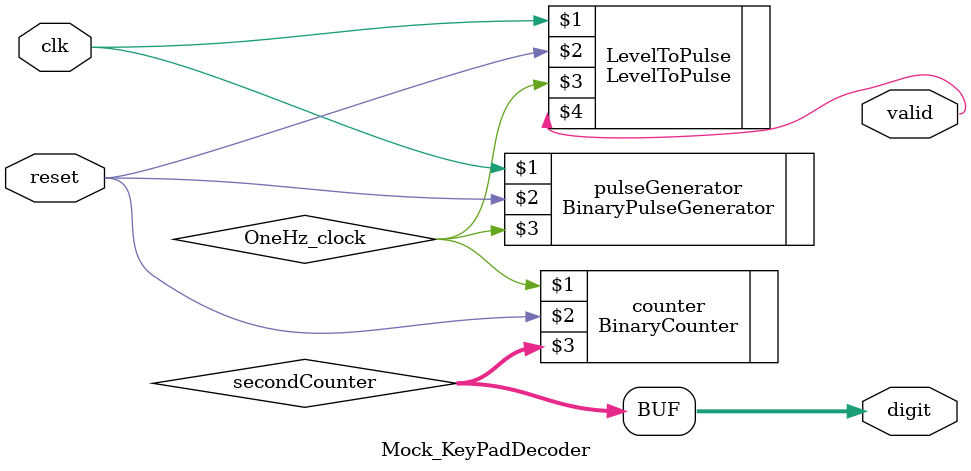
<source format=sv>
`timescale 1ns / 1ps

module Mock_KeyPadDecoder (
	input logic clk, reset,   // clk and reset
	output logic [3:0] digit,
	output logic valid
);

	logic OneHz_clock;

	logic [3:0] secondCounter;

	BinaryPulseGenerator #(1000) pulseGenerator(clk, reset, OneHz_clock);

	BinaryCounter #(16) counter(OneHz_clock, reset, secondCounter);

	assign digit = secondCounter;
	// assign valid = OneHz_clock;
	LevelToPulse LevelToPulse(clk, reset, OneHz_clock, valid);

endmodule
</source>
